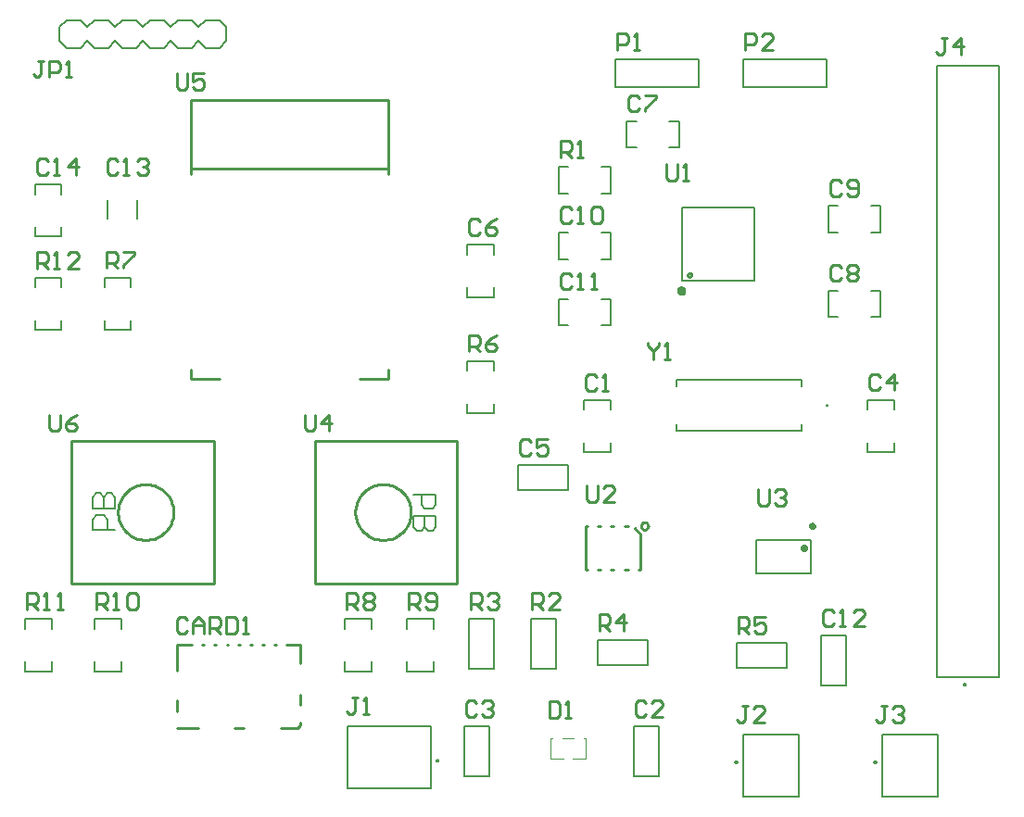
<source format=gto>
%FSTAX23Y23*%
%MOIN*%
%SFA1B1*%

%IPPOS*%
%ADD30C,0.010000*%
%ADD44C,0.007870*%
%ADD45C,0.015750*%
%ADD46C,0.007870*%
%ADD47C,0.011810*%
%ADD48C,0.005000*%
%ADD49C,0.008000*%
%ADD50C,0.007000*%
%ADD51C,0.003940*%
%ADD52C,0.006000*%
%LNesp_stm_v2-1*%
%LPD*%
G54D30*
X03918Y03923D02*
D01*
X03918Y03924*
X03918Y03924*
X03918Y03924*
X03918Y03925*
X03918Y03925*
X03917Y03926*
X03917Y03926*
X03917Y03927*
X03917Y03927*
X03916Y03927*
X03916Y03928*
X03916Y03928*
X03915Y03928*
X03915Y03929*
X03915Y03929*
X03914Y03929*
X03914Y03929*
X03913Y03929*
X03913Y0393*
X03913Y0393*
X03912Y0393*
X03912Y0393*
X03911*
X03911Y0393*
X0391Y0393*
X0391Y0393*
X03909Y03929*
X03909Y03929*
X03908Y03929*
X03908Y03929*
X03908Y03929*
X03907Y03928*
X03907Y03928*
X03907Y03928*
X03906Y03927*
X03906Y03927*
X03906Y03927*
X03905Y03926*
X03905Y03926*
X03905Y03925*
X03905Y03925*
X03905Y03924*
X03905Y03924*
X03905Y03924*
X03905Y03923*
X03905Y03923*
X03905Y03922*
X03905Y03922*
X03905Y03921*
X03905Y03921*
X03905Y0392*
X03905Y0392*
X03906Y0392*
X03906Y03919*
X03906Y03919*
X03907Y03918*
X03907Y03918*
X03907Y03918*
X03908Y03918*
X03908Y03917*
X03908Y03917*
X03909Y03917*
X03909Y03917*
X0391Y03917*
X0391Y03916*
X03911Y03916*
X03911Y03916*
X03912*
X03912Y03916*
X03913Y03916*
X03913Y03917*
X03913Y03917*
X03914Y03917*
X03914Y03917*
X03915Y03917*
X03915Y03918*
X03915Y03918*
X03916Y03918*
X03916Y03918*
X03916Y03919*
X03917Y03919*
X03917Y0392*
X03917Y0392*
X03917Y0392*
X03918Y03921*
X03918Y03921*
X03918Y03922*
X03918Y03922*
X03918Y03923*
X03918Y03923*
X03763Y0302D02*
D01*
X03762Y0302*
X03762Y03021*
X03762Y03022*
X03762Y03023*
X03762Y03024*
X03761Y03025*
X03761Y03026*
X03761Y03026*
X0376Y03027*
X03759Y03028*
X03759Y03029*
X03758Y03029*
X03758Y0303*
X03757Y0303*
X03756Y03031*
X03755Y03031*
X03754Y03032*
X03754Y03032*
X03753Y03032*
X03752Y03032*
X03751Y03032*
X0375Y03032*
X03749*
X03748Y03032*
X03747Y03032*
X03746Y03032*
X03745Y03032*
X03745Y03032*
X03744Y03031*
X03743Y03031*
X03742Y0303*
X03741Y0303*
X03741Y03029*
X0374Y03029*
X0374Y03028*
X03739Y03027*
X03738Y03026*
X03738Y03026*
X03738Y03025*
X03737Y03024*
X03737Y03023*
X03737Y03022*
X03737Y03021*
X03737Y0302*
X03737Y0302*
X03737Y03019*
X03737Y03018*
X03737Y03017*
X03737Y03016*
X03737Y03015*
X03738Y03014*
X03738Y03013*
X03738Y03013*
X03739Y03012*
X0374Y03011*
X0374Y0301*
X03741Y0301*
X03741Y03009*
X03742Y03009*
X03743Y03008*
X03744Y03008*
X03745Y03007*
X03745Y03007*
X03746Y03007*
X03747Y03007*
X03748Y03007*
X03749Y03007*
X0375*
X03751Y03007*
X03752Y03007*
X03753Y03007*
X03754Y03007*
X03754Y03007*
X03755Y03008*
X03756Y03008*
X03757Y03009*
X03758Y03009*
X03758Y0301*
X03759Y0301*
X03759Y03011*
X0376Y03012*
X03761Y03013*
X03761Y03013*
X03761Y03014*
X03762Y03015*
X03762Y03016*
X03762Y03017*
X03762Y03018*
X03762Y03019*
X03763Y0302*
X02909Y03069D02*
D01*
X02909Y03076*
X02908Y03083*
X02907Y0309*
X02905Y03097*
X02903Y03104*
X029Y0311*
X02897Y03116*
X02894Y03122*
X0289Y03128*
X02886Y03134*
X02881Y03139*
X02876Y03144*
X02871Y03148*
X02865Y03152*
X02859Y03156*
X02853Y03159*
X02847Y03162*
X0284Y03165*
X02833Y03167*
X02826Y03168*
X02819Y03169*
X02813Y03169*
X02806*
X02799Y03169*
X02792Y03168*
X02785Y03167*
X02778Y03165*
X02772Y03162*
X02765Y03159*
X02759Y03156*
X02753Y03152*
X02747Y03148*
X02742Y03144*
X02737Y03139*
X02732Y03134*
X02728Y03128*
X02724Y03122*
X02721Y03116*
X02718Y0311*
X02715Y03104*
X02713Y03097*
X02711Y0309*
X0271Y03083*
X02709Y03076*
X02709Y03069*
X02709Y03063*
X0271Y03056*
X02711Y03049*
X02713Y03042*
X02715Y03035*
X02718Y03029*
X02721Y03023*
X02724Y03016*
X02728Y03011*
X02732Y03005*
X02737Y03*
X02742Y02995*
X02747Y02991*
X02753Y02987*
X02759Y02983*
X02765Y0298*
X02772Y02977*
X02778Y02974*
X02785Y02972*
X02792Y02971*
X02799Y0297*
X02806Y0297*
X02813*
X02819Y0297*
X02826Y02971*
X02833Y02972*
X0284Y02974*
X02847Y02977*
X02853Y0298*
X02859Y02983*
X02865Y02987*
X02871Y02991*
X02876Y02995*
X02881Y03*
X02886Y03005*
X0289Y03011*
X02894Y03016*
X02897Y03023*
X029Y03029*
X02903Y03035*
X02905Y03042*
X02907Y03049*
X02908Y03056*
X02909Y03063*
X02909Y03069*
X02055Y0307D02*
D01*
X02055Y03076*
X02054Y03083*
X02053Y0309*
X02051Y03097*
X02049Y03104*
X02046Y0311*
X02043Y03116*
X0204Y03122*
X02036Y03128*
X02032Y03134*
X02027Y03139*
X02022Y03144*
X02017Y03148*
X02011Y03152*
X02005Y03156*
X01999Y03159*
X01992Y03162*
X01986Y03165*
X01979Y03167*
X01972Y03168*
X01965Y03169*
X01958Y03169*
X01951*
X01944Y03169*
X01938Y03168*
X01931Y03167*
X01924Y03165*
X01917Y03162*
X01911Y03159*
X01905Y03156*
X01899Y03152*
X01893Y03148*
X01888Y03144*
X01883Y03139*
X01878Y03134*
X01874Y03128*
X0187Y03122*
X01867Y03116*
X01864Y0311*
X01861Y03104*
X01859Y03097*
X01857Y0309*
X01856Y03083*
X01855Y03076*
X01855Y0307*
X01855Y03063*
X01856Y03056*
X01857Y03049*
X01859Y03042*
X01861Y03035*
X01864Y03029*
X01867Y03023*
X0187Y03017*
X01874Y03011*
X01878Y03005*
X01883Y03*
X01888Y02995*
X01893Y02991*
X01899Y02987*
X01905Y02983*
X01911Y0298*
X01917Y02977*
X01924Y02974*
X01931Y02972*
X01938Y02971*
X01944Y0297*
X01951Y0297*
X01958*
X01965Y0297*
X01972Y02971*
X01979Y02972*
X01986Y02974*
X01992Y02977*
X01999Y0298*
X02005Y02983*
X02011Y02987*
X02017Y02991*
X02022Y02995*
X02027Y03*
X02032Y03005*
X02036Y03011*
X0204Y03017*
X02043Y03023*
X02046Y03029*
X02049Y03035*
X02051Y03042*
X02053Y03049*
X02054Y03056*
X02055Y03063*
X02055Y0307*
X03537Y02861D02*
X03544D01*
X03537D02*
Y03019D01*
X03544*
X03713Y03011D02*
X03733Y0299D01*
Y02861D02*
Y0299D01*
X03726Y02861D02*
X03733D01*
X03678D02*
X0369D01*
X03627D02*
X03639D01*
X0358D02*
X03592D01*
X0358Y03019D02*
X03592D01*
X03627D02*
X03639D01*
X03678D02*
X0369D01*
X03075Y02814D02*
Y03325D01*
X02563Y02814D02*
X03075D01*
X02563D02*
Y03325D01*
X03075*
X0244Y02292D02*
X025D01*
X02512Y02304*
X02275Y02292D02*
X02308D01*
X02067D02*
X02143D01*
X02067Y02354D02*
Y02394D01*
Y02591D02*
X02121D01*
X02067Y02499D02*
Y02591D01*
X02159D02*
X02164D01*
X02202D02*
X02208D01*
X02246D02*
X02251D01*
X02289D02*
X02294D01*
X02332D02*
X02338D01*
X02375D02*
X02381D01*
X02419D02*
X02424D01*
X02512Y02525D02*
Y02591D01*
X02462D02*
X02512D01*
Y02377D02*
Y02413D01*
Y02304D02*
Y02311D01*
X02826Y043D02*
Y04554D01*
X02118Y043D02*
Y04554D01*
X02826*
X02118Y04307D02*
X02826D01*
X02827Y04287D02*
Y04307D01*
X02724Y0355D02*
X02827D01*
Y03583*
X02118Y0355D02*
Y03583D01*
Y0355D02*
X0222D01*
X02118Y04287D02*
Y04307D01*
X01689Y02814D02*
Y03325D01*
X02201*
Y02814D02*
Y03325D01*
X01689Y02814D02*
X02201D01*
X03586Y02644D02*
Y02703D01*
X03615*
X03625Y02693*
Y02673*
X03615Y02663*
X03586*
X03605D02*
X03625Y02644D01*
X03675D02*
Y02703D01*
X03645Y02673*
X03685*
X03123Y02719D02*
Y02779D01*
X03153*
X03163Y02769*
Y02749*
X03153Y02739*
X03123*
X03143D02*
X03163Y02719D01*
X03183Y02769D02*
X03193Y02779D01*
X03213*
X03223Y02769*
Y02759*
X03213Y02749*
X03203*
X03213*
X03223Y02739*
Y02729*
X03213Y02719*
X03193*
X03183Y02729*
X03345Y02719D02*
Y02779D01*
X03375*
X03385Y02769*
Y02749*
X03375Y02739*
X03345*
X03365D02*
X03385Y02719D01*
X03445D02*
X03405D01*
X03445Y02759*
Y02769*
X03435Y02779*
X03415*
X03405Y02769*
X02719Y02401D02*
X02699D01*
X02709*
Y02351*
X02699Y02341*
X02689*
X02679Y02351*
X02739Y02341D02*
X02759D01*
X02749*
Y02401*
X02739Y02391*
X0334Y03323D02*
X0333Y03333D01*
X03311*
X03301Y03323*
Y03284*
X03311Y03274*
X0333*
X0334Y03284*
X034Y03333D02*
X0336D01*
Y03303*
X0338Y03313*
X0339*
X034Y03303*
Y03284*
X0339Y03274*
X0337*
X0336Y03284*
X03145Y02383D02*
X03135Y02393D01*
X03116*
X03106Y02383*
Y02344*
X03116Y02334*
X03135*
X03145Y02344*
X03165Y02383D02*
X03175Y02393D01*
X03195*
X03205Y02383*
Y02373*
X03195Y02363*
X03185*
X03195*
X03205Y02353*
Y02344*
X03195Y02334*
X03175*
X03165Y02344*
X03755Y02383D02*
X03745Y02393D01*
X03726*
X03716Y02383*
Y02344*
X03726Y02334*
X03745*
X03755Y02344*
X03815Y02334D02*
X03775D01*
X03815Y02373*
Y02383*
X03805Y02393*
X03785*
X03775Y02383*
X03761Y03678D02*
Y03668D01*
X0378Y03648*
X038Y03668*
Y03678*
X0378Y03648D02*
Y03619D01*
X0382D02*
X0384D01*
X0383*
Y03678*
X0382Y03668*
X01607Y0342D02*
Y03371D01*
X01617Y03361*
X01636*
X01646Y03371*
Y0342*
X01706D02*
X01686Y0341D01*
X01666Y0339*
Y03371*
X01676Y03361*
X01696*
X01706Y03371*
Y0338*
X01696Y0339*
X01666*
X02066Y04649D02*
Y046D01*
X02076Y0459*
X02095*
X02105Y046*
Y04649*
X02165D02*
X02125D01*
Y04619*
X02145Y04629*
X02155*
X02165Y04619*
Y046*
X02155Y0459*
X02135*
X02125Y046*
X02526Y0342D02*
Y03371D01*
X02536Y03361*
X02555*
X02565Y03371*
Y0342*
X02615Y03361D02*
Y0342D01*
X02585Y0339*
X02625*
X04158Y03152D02*
Y03103D01*
X04168Y03093*
X04187*
X04197Y03103*
Y03152*
X04217Y03142D02*
X04227Y03152D01*
X04247*
X04257Y03142*
Y03132*
X04247Y03122*
X04237*
X04247*
X04257Y03112*
Y03103*
X04247Y03093*
X04227*
X04217Y03103*
X03542Y03165D02*
Y03116D01*
X03552Y03106*
X03571*
X03581Y03116*
Y03165*
X03641Y03106D02*
X03601D01*
X03641Y03145*
Y03155*
X03631Y03165*
X03611*
X03601Y03155*
X03826Y04323D02*
Y04273D01*
X03836Y04263*
X03856*
X03866Y04273*
Y04323*
X03886Y04263D02*
X03906D01*
X03896*
Y04323*
X03886Y04313*
X01563Y03947D02*
Y04007D01*
X01593*
X01603Y03997*
Y03977*
X01593Y03967*
X01563*
X01583D02*
X01603Y03947D01*
X01623D02*
X01643D01*
X01633*
Y04007*
X01623Y03997*
X01713Y03947D02*
X01673D01*
X01713Y03987*
Y03997*
X01703Y04007*
X01683*
X01673Y03997*
X01528Y02718D02*
Y02778D01*
X01558*
X01568Y02768*
Y02748*
X01558Y02738*
X01528*
X01548D02*
X01568Y02718D01*
X01588D02*
X01608D01*
X01598*
Y02778*
X01588Y02768*
X01638Y02718D02*
X01658D01*
X01648*
Y02778*
X01638Y02768*
X01778Y02718D02*
Y02778D01*
X01808*
X01818Y02768*
Y02748*
X01808Y02738*
X01778*
X01798D02*
X01818Y02718D01*
X01838D02*
X01858D01*
X01848*
Y02778*
X01838Y02768*
X01888D02*
X01898Y02778D01*
X01918*
X01928Y02768*
Y02728*
X01918Y02718*
X01898*
X01888Y02728*
Y02768*
X029Y02718D02*
Y02778D01*
X0293*
X0294Y02768*
Y02748*
X0293Y02738*
X029*
X0292D02*
X0294Y02718D01*
X0296Y02728D02*
X0297Y02718D01*
X0299*
X03Y02728*
Y02768*
X0299Y02778*
X0297*
X0296Y02768*
Y02758*
X0297Y02748*
X03*
X02678Y02718D02*
Y02778D01*
X02708*
X02718Y02768*
Y02748*
X02708Y02738*
X02678*
X02698D02*
X02718Y02718D01*
X02738Y02768D02*
X02748Y02778D01*
X02768*
X02778Y02768*
Y02758*
X02768Y02748*
X02778Y02738*
Y02728*
X02768Y02718*
X02748*
X02738Y02728*
Y02738*
X02748Y02748*
X02738Y02758*
Y02768*
X02748Y02748D02*
X02768D01*
X01814Y03948D02*
Y04007D01*
X01843*
X01853Y03997*
Y03977*
X01843Y03967*
X01814*
X01833D02*
X01853Y03948D01*
X01873Y04007D02*
X01913D01*
Y03997*
X01873Y03958*
Y03948*
X03119Y03648D02*
Y03707D01*
X03148*
X03158Y03697*
Y03677*
X03148Y03667*
X03119*
X03138D02*
X03158Y03648D01*
X03218Y03707D02*
X03198Y03697D01*
X03178Y03677*
Y03658*
X03188Y03648*
X03208*
X03218Y03658*
Y03667*
X03208Y03677*
X03178*
X04086Y02634D02*
Y02693D01*
X04115*
X04125Y02683*
Y02663*
X04115Y02653*
X04086*
X04105D02*
X04125Y02634D01*
X04185Y02693D02*
X04145D01*
Y02663*
X04165Y02673*
X04175*
X04185Y02663*
Y02644*
X04175Y02634*
X04155*
X04145Y02644*
X03447Y04346D02*
Y04405D01*
X03476*
X03486Y04395*
Y04375*
X03476Y04365*
X03447*
X03466D02*
X03486Y04346D01*
X03506D02*
X03526D01*
X03516*
Y04405*
X03506Y04395*
X04111Y04734D02*
Y04793D01*
X0414*
X0415Y04783*
Y04763*
X0414Y04753*
X04111*
X0421Y04734D02*
X0417D01*
X0421Y04773*
Y04783*
X042Y04793*
X0418*
X0417Y04783*
X03651Y04734D02*
Y04793D01*
X0368*
X0369Y04783*
Y04763*
X0368Y04753*
X03651*
X0371Y04734D02*
X0373D01*
X0372*
Y04793*
X0371Y04783*
X01589Y04694D02*
X01569D01*
X01579*
Y04645*
X01569Y04635*
X0156*
X0155Y04645*
X01609Y04635D02*
Y04694D01*
X01639*
X01649Y04684*
Y04664*
X01639Y04654*
X01609*
X01669Y04635D02*
X01689D01*
X01679*
Y04694*
X01669Y04684*
X04121Y02371D02*
X04101D01*
X04111*
Y02321*
X04101Y02311*
X04092*
X04082Y02321*
X04181Y02311D02*
X04141D01*
X04181Y02351*
Y02361*
X04171Y02371*
X04151*
X04141Y02361*
X03406Y02388D02*
Y02329D01*
X03435*
X03445Y02339*
Y02378*
X03435Y02388*
X03406*
X03465Y02329D02*
X03485D01*
X03475*
Y02388*
X03465Y02378*
X02105Y02683D02*
X02095Y02693D01*
X02076*
X02066Y02683*
Y02644*
X02076Y02634*
X02095*
X02105Y02644*
X02125Y02634D02*
Y02673D01*
X02145Y02693*
X02165Y02673*
Y02634*
Y02663*
X02125*
X02185Y02634D02*
Y02693D01*
X02215*
X02225Y02683*
Y02663*
X02215Y02653*
X02185*
X02205D02*
X02225Y02634D01*
X02245Y02693D02*
Y02634D01*
X02275*
X02285Y02644*
Y02683*
X02275Y02693*
X02245*
X02305Y02634D02*
X02325D01*
X02315*
Y02693*
X02305Y02683*
X01603Y04333D02*
X01593Y04343D01*
X01574*
X01564Y04333*
Y04293*
X01574Y04283*
X01593*
X01603Y04293*
X01623Y04283D02*
X01643D01*
X01633*
Y04343*
X01623Y04333*
X01703Y04283D02*
Y04343D01*
X01673Y04313*
X01713*
X01855Y04333D02*
X01845Y04343D01*
X01826*
X01816Y04333*
Y04294*
X01826Y04284*
X01845*
X01855Y04294*
X01875Y04284D02*
X01895D01*
X01885*
Y04343*
X01875Y04333*
X01925D02*
X01935Y04343D01*
X01955*
X01965Y04333*
Y04323*
X01955Y04313*
X01945*
X01955*
X01965Y04303*
Y04294*
X01955Y04284*
X01935*
X01925Y04294*
X0443Y02708D02*
X0442Y02718D01*
X04401*
X04391Y02708*
Y02669*
X04401Y02659*
X0442*
X0443Y02669*
X0445Y02659D02*
X0447D01*
X0446*
Y02718*
X0445Y02708*
X0454Y02659D02*
X045D01*
X0454Y02698*
Y02708*
X0453Y02718*
X0451*
X045Y02708*
X03486Y0392D02*
X03476Y0393D01*
X03457*
X03447Y0392*
Y03881*
X03457Y03871*
X03476*
X03486Y03881*
X03506Y03871D02*
X03526D01*
X03516*
Y0393*
X03506Y0392*
X03556Y03871D02*
X03576D01*
X03566*
Y0393*
X03556Y0392*
X03486Y04158D02*
X03476Y04168D01*
X03457*
X03447Y04158*
Y04118*
X03457Y04108*
X03476*
X03486Y04118*
X03506Y04108D02*
X03526D01*
X03516*
Y04168*
X03506Y04158*
X03556D02*
X03566Y04168D01*
X03586*
X03596Y04158*
Y04118*
X03586Y04108*
X03566*
X03556Y04118*
Y04158*
X04456Y04255D02*
X04446Y04265D01*
X04427*
X04417Y04255*
Y04216*
X04427Y04206*
X04446*
X04456Y04216*
X04476D02*
X04486Y04206D01*
X04506*
X04516Y04216*
Y04255*
X04506Y04265*
X04486*
X04476Y04255*
Y04245*
X04486Y04235*
X04516*
X04456Y0395D02*
X04446Y0396D01*
X04427*
X04417Y0395*
Y03911*
X04427Y03901*
X04446*
X04456Y03911*
X04476Y0395D02*
X04486Y0396D01*
X04506*
X04516Y0395*
Y0394*
X04506Y0393*
X04516Y0392*
Y03911*
X04506Y03901*
X04486*
X04476Y03911*
Y0392*
X04486Y0393*
X04476Y0394*
Y0395*
X04486Y0393D02*
X04506D01*
X03731Y0456D02*
X03721Y0457D01*
X03702*
X03692Y0456*
Y04521*
X03702Y04511*
X03721*
X03731Y04521*
X03751Y0457D02*
X03791D01*
Y0456*
X03751Y04521*
Y04511*
X03158Y04115D02*
X03148Y04125D01*
X03128*
X03118Y04115*
Y04075*
X03128Y04065*
X03148*
X03158Y04075*
X03218Y04125D02*
X03198Y04115D01*
X03178Y04095*
Y04075*
X03188Y04065*
X03208*
X03218Y04075*
Y04085*
X03208Y04095*
X03178*
X04598Y03557D02*
X04588Y03567D01*
X04569*
X04559Y03557*
Y03518*
X04569Y03508*
X04588*
X04598Y03518*
X04648Y03508D02*
Y03567D01*
X04618Y03537*
X04658*
X03578Y03557D02*
X03568Y03567D01*
X03548*
X03538Y03557*
Y03517*
X03548Y03507*
X03568*
X03578Y03517*
X03598Y03507D02*
X03618D01*
X03608*
Y03567*
X03598Y03557*
X04621Y02371D02*
X04601D01*
X04611*
Y02321*
X04601Y02311*
X04591*
X04581Y02321*
X04641Y02361D02*
X04651Y02371D01*
X04671*
X04681Y02361*
Y02351*
X04671Y02341*
X04661*
X04671*
X04681Y02331*
Y02321*
X04671Y02311*
X04651*
X04641Y02321*
X04838Y04775D02*
X04818D01*
X04828*
Y04726*
X04818Y04716*
X04809*
X04799Y04726*
X04888Y04716D02*
Y04775D01*
X04858Y04745*
X04898*
G54D44*
X03009Y02175D02*
D01*
X03009Y02175*
X03009Y02175*
X03009Y02175*
X03009Y02176*
X03009Y02176*
X03009Y02176*
X03009Y02176*
X03008Y02177*
X03008Y02177*
X03008Y02177*
X03008Y02177*
X03008Y02177*
X03008Y02178*
X03007Y02178*
X03007Y02178*
X03007Y02178*
X03007Y02178*
X03006Y02178*
X03006Y02178*
X03006Y02178*
X03006Y02178*
X03005Y02178*
X03005*
X03005Y02178*
X03004Y02178*
X03004Y02178*
X03004Y02178*
X03004Y02178*
X03003Y02178*
X03003Y02178*
X03003Y02178*
X03003Y02178*
X03002Y02177*
X03002Y02177*
X03002Y02177*
X03002Y02177*
X03002Y02177*
X03002Y02176*
X03001Y02176*
X03001Y02176*
X03001Y02176*
X03001Y02175*
X03001Y02175*
X03001Y02175*
X03001Y02175*
X03001Y02174*
X03001Y02174*
X03001Y02174*
X03001Y02173*
X03001Y02173*
X03001Y02173*
X03002Y02173*
X03002Y02172*
X03002Y02172*
X03002Y02172*
X03002Y02172*
X03002Y02172*
X03003Y02171*
X03003Y02171*
X03003Y02171*
X03003Y02171*
X03004Y02171*
X03004Y02171*
X03004Y02171*
X03004Y02171*
X03005Y02171*
X03005Y02171*
X03005*
X03006Y02171*
X03006Y02171*
X03006Y02171*
X03006Y02171*
X03007Y02171*
X03007Y02171*
X03007Y02171*
X03007Y02171*
X03008Y02171*
X03008Y02172*
X03008Y02172*
X03008Y02172*
X03008Y02172*
X03008Y02172*
X03009Y02173*
X03009Y02173*
X03009Y02173*
X03009Y02173*
X03009Y02174*
X03009Y02174*
X03009Y02174*
X03009Y02175*
X04083Y0217D02*
D01*
X04083Y0217*
X04083Y0217*
X04083Y0217*
X04083Y02171*
X04083Y02171*
X04083Y02171*
X04082Y02171*
X04082Y02172*
X04082Y02172*
X04082Y02172*
X04082Y02172*
X04082Y02172*
X04081Y02173*
X04081Y02173*
X04081Y02173*
X04081Y02173*
X0408Y02173*
X0408Y02173*
X0408Y02173*
X0408Y02173*
X04079Y02173*
X04079Y02173*
X04079*
X04078Y02173*
X04078Y02173*
X04078Y02173*
X04078Y02173*
X04077Y02173*
X04077Y02173*
X04077Y02173*
X04077Y02173*
X04076Y02173*
X04076Y02172*
X04076Y02172*
X04076Y02172*
X04076Y02172*
X04076Y02172*
X04075Y02171*
X04075Y02171*
X04075Y02171*
X04075Y02171*
X04075Y0217*
X04075Y0217*
X04075Y0217*
X04075Y0217*
X04075Y02169*
X04075Y02169*
X04075Y02169*
X04075Y02168*
X04075Y02168*
X04075Y02168*
X04075Y02168*
X04076Y02167*
X04076Y02167*
X04076Y02167*
X04076Y02167*
X04076Y02167*
X04076Y02166*
X04077Y02166*
X04077Y02166*
X04077Y02166*
X04077Y02166*
X04078Y02166*
X04078Y02166*
X04078Y02166*
X04078Y02166*
X04079Y02166*
X04079*
X04079Y02166*
X0408Y02166*
X0408Y02166*
X0408Y02166*
X0408Y02166*
X04081Y02166*
X04081Y02166*
X04081Y02166*
X04081Y02166*
X04082Y02167*
X04082Y02167*
X04082Y02167*
X04082Y02167*
X04082Y02167*
X04082Y02168*
X04083Y02168*
X04083Y02168*
X04083Y02168*
X04083Y02169*
X04083Y02169*
X04083Y02169*
X04083Y0217*
X04583D02*
D01*
X04583Y0217*
X04583Y0217*
X04583Y0217*
X04583Y02171*
X04583Y02171*
X04583Y02171*
X04582Y02171*
X04582Y02172*
X04582Y02172*
X04582Y02172*
X04582Y02172*
X04582Y02172*
X04581Y02173*
X04581Y02173*
X04581Y02173*
X04581Y02173*
X0458Y02173*
X0458Y02173*
X0458Y02173*
X0458Y02173*
X04579Y02173*
X04579Y02173*
X04579*
X04578Y02173*
X04578Y02173*
X04578Y02173*
X04578Y02173*
X04577Y02173*
X04577Y02173*
X04577Y02173*
X04577Y02173*
X04576Y02173*
X04576Y02172*
X04576Y02172*
X04576Y02172*
X04576Y02172*
X04576Y02172*
X04575Y02171*
X04575Y02171*
X04575Y02171*
X04575Y02171*
X04575Y0217*
X04575Y0217*
X04575Y0217*
X04575Y0217*
X04575Y02169*
X04575Y02169*
X04575Y02169*
X04575Y02168*
X04575Y02168*
X04575Y02168*
X04575Y02168*
X04576Y02167*
X04576Y02167*
X04576Y02167*
X04576Y02167*
X04576Y02167*
X04576Y02166*
X04577Y02166*
X04577Y02166*
X04577Y02166*
X04577Y02166*
X04578Y02166*
X04578Y02166*
X04578Y02166*
X04578Y02166*
X04579Y02166*
X04579*
X04579Y02166*
X0458Y02166*
X0458Y02166*
X0458Y02166*
X0458Y02166*
X04581Y02166*
X04581Y02166*
X04581Y02166*
X04581Y02166*
X04582Y02167*
X04582Y02167*
X04582Y02167*
X04582Y02167*
X04582Y02167*
X04582Y02168*
X04583Y02168*
X04583Y02168*
X04583Y02168*
X04583Y02169*
X04583Y02169*
X04583Y02169*
X04583Y0217*
X04903Y02449D02*
D01*
X04903Y02449*
X04903Y02449*
X04903Y0245*
X04903Y0245*
X04903Y0245*
X04903Y02451*
X04903Y02451*
X04903Y02451*
X04903Y02451*
X04903Y02451*
X04902Y02452*
X04902Y02452*
X04902Y02452*
X04902Y02452*
X04901Y02452*
X04901Y02452*
X04901Y02453*
X04901Y02453*
X049Y02453*
X049Y02453*
X049Y02453*
X049Y02453*
X04899*
X04899Y02453*
X04899Y02453*
X04899Y02453*
X04898Y02453*
X04898Y02453*
X04898Y02452*
X04898Y02452*
X04897Y02452*
X04897Y02452*
X04897Y02452*
X04897Y02452*
X04896Y02451*
X04896Y02451*
X04896Y02451*
X04896Y02451*
X04896Y02451*
X04896Y0245*
X04896Y0245*
X04896Y0245*
X04896Y02449*
X04896Y02449*
X04896Y02449*
X04896Y02449*
X04896Y02448*
X04896Y02448*
X04896Y02448*
X04896Y02448*
X04896Y02447*
X04896Y02447*
X04896Y02447*
X04896Y02447*
X04896Y02446*
X04897Y02446*
X04897Y02446*
X04897Y02446*
X04897Y02446*
X04898Y02445*
X04898Y02445*
X04898Y02445*
X04898Y02445*
X04899Y02445*
X04899Y02445*
X04899Y02445*
X04899Y02445*
X049*
X049Y02445*
X049Y02445*
X049Y02445*
X04901Y02445*
X04901Y02445*
X04901Y02445*
X04901Y02445*
X04902Y02446*
X04902Y02446*
X04902Y02446*
X04902Y02446*
X04903Y02446*
X04903Y02447*
X04903Y02447*
X04903Y02447*
X04903Y02447*
X04903Y02448*
X04903Y02448*
X04903Y02448*
X04903Y02448*
X04903Y02449*
X04903Y02449*
X03645Y047D02*
X03945D01*
X03645Y046D02*
Y047D01*
Y046D02*
X03945D01*
Y047*
X03901Y04166D02*
X04145D01*
Y03904D02*
Y04166D01*
X03884Y03904D02*
X04145D01*
X03884D02*
Y04166D01*
X03914*
X04105Y047D02*
X04405D01*
X04105Y046D02*
Y047D01*
Y046D02*
X04405D01*
Y047*
G54D45*
X03881Y03875D02*
D01*
X0388Y03875*
X0388Y03875*
X03879Y03874*
X03879Y03874*
X03878Y03874*
X03878Y03874*
X03877Y03874*
X03877Y03873*
X03876Y03873*
X03876Y03873*
X03876Y03872*
X03875Y03872*
X03875Y03872*
X03875Y03871*
X03874Y03871*
X03874Y0387*
X03874Y0387*
X03874Y03869*
X03873Y03869*
X03873Y03868*
X03873Y03868*
X03873Y03867*
X03873Y03866*
X03873Y03866*
X03873Y03865*
X03873Y03865*
X03874Y03864*
X03874Y03864*
X03874Y03863*
X03874Y03863*
X03875Y03862*
X03875Y03862*
X03875Y03861*
X03876Y03861*
X03876Y03861*
X03877Y0386*
X03877Y0386*
X03877Y0386*
X03878Y0386*
X03878Y03859*
X03879Y03859*
X0388Y03859*
X0388Y03859*
X03881Y03859*
X03881Y03859*
X03882Y03859*
X03882Y03859*
X03883Y03859*
X03883Y03859*
X03884Y03859*
X03884Y0386*
X03885Y0386*
X03885Y0386*
X03886Y0386*
X03886Y03861*
X03887Y03861*
X03887Y03862*
X03887Y03862*
X03888Y03862*
X03888Y03863*
X03888Y03863*
X03888Y03864*
X03889Y03864*
X03889Y03865*
X03889Y03865*
X03889Y03866*
X03889Y03867*
X03889Y03867*
X03889Y03868*
X03889Y03868*
X03889Y03869*
X03889Y03869*
X03888Y0387*
X03888Y0387*
X03888Y03871*
X03888Y03871*
X03887Y03872*
X03887Y03872*
X03887Y03872*
X03886Y03873*
X03886Y03873*
X03885Y03873*
X03885Y03874*
X03884Y03874*
X03884Y03874*
X03883Y03874*
X03883Y03874*
X03882Y03875*
X03882Y03875*
X03881Y03875*
G54D46*
X04408Y03455D02*
D01*
X04408Y03455*
X04408Y03455*
X04408Y03455*
X04408Y03455*
X04408Y03455*
X04408Y03455*
X04408Y03455*
X04408Y03456*
X04408Y03456*
X04408Y03456*
X04408Y03456*
X04408Y03456*
X04408Y03456*
X04408Y03456*
X04407Y03456*
X04407Y03456*
X04407Y03456*
X04407Y03456*
X04407Y03456*
X04407Y03456*
X04407Y03456*
X04406Y03456*
X04406*
X04406Y03456*
X04406Y03456*
X04406Y03456*
X04406Y03456*
X04406Y03456*
X04406Y03456*
X04405Y03456*
X04405Y03456*
X04405Y03456*
X04405Y03456*
X04405Y03456*
X04405Y03456*
X04405Y03456*
X04405Y03456*
X04405Y03455*
X04405Y03455*
X04405Y03455*
X04405Y03455*
X04405Y03455*
X04404Y03455*
X04404Y03455*
X04404Y03455*
D01*
X04404Y03454*
X04404Y03454*
X04405Y03454*
X04405Y03454*
X04405Y03454*
X04405Y03454*
X04405Y03454*
X04405Y03453*
X04405Y03453*
X04405Y03453*
X04405Y03453*
X04405Y03453*
X04405Y03453*
X04405Y03453*
X04405Y03453*
X04406Y03453*
X04406Y03453*
X04406Y03453*
X04406Y03453*
X04406Y03453*
X04406Y03453*
X04406Y03453*
X04406*
X04407Y03453*
X04407Y03453*
X04407Y03453*
X04407Y03453*
X04407Y03453*
X04407Y03453*
X04407Y03453*
X04408Y03453*
X04408Y03453*
X04408Y03453*
X04408Y03453*
X04408Y03453*
X04408Y03453*
X04408Y03453*
X04408Y03454*
X04408Y03454*
X04408Y03454*
X04408Y03454*
X04408Y03454*
X04408Y03454*
X04408Y03454*
X04408Y03455*
D01*
X04408Y03455*
X04408Y03455*
X04408Y03455*
X04408Y03455*
X04408Y03455*
X04408Y03455*
X04408Y03455*
X04408Y03456*
X04408Y03456*
X04408Y03456*
X04408Y03456*
X04408Y03456*
X04408Y03456*
X04408Y03456*
X04407Y03456*
X04407Y03456*
X04407Y03456*
X04407Y03456*
X04407Y03456*
X04407Y03456*
X04407Y03456*
X04406Y03456*
X04406*
X04406Y03456*
X04406Y03456*
X04406Y03456*
X04406Y03456*
X04406Y03456*
X04406Y03456*
X04405Y03456*
X04405Y03456*
X04405Y03456*
X04405Y03456*
X04405Y03456*
X04405Y03456*
X04405Y03456*
X04405Y03456*
X04405Y03455*
X04405Y03455*
X04405Y03455*
X04405Y03455*
X04405Y03455*
X04404Y03455*
X04404Y03455*
X04404Y03455*
X04314Y03362D02*
Y03386D01*
X03865Y03362D02*
X04314D01*
X03865D02*
X04314D01*
Y03386*
X03865Y03523D02*
Y03547D01*
X04314*
X03865D02*
X04314D01*
X03865Y03523D02*
Y03547D01*
Y03362D02*
Y03386D01*
Y03362D02*
Y03386D01*
X04314Y03523D02*
Y03547D01*
Y03523D02*
Y03547D01*
G54D47*
X0436Y03019D02*
D01*
X0436Y03019*
X0436Y03019*
X0436Y0302*
X0436Y0302*
X04359Y03021*
X04359Y03021*
X04359Y03021*
X04359Y03022*
X04359Y03022*
X04358Y03022*
X04358Y03023*
X04358Y03023*
X04358Y03023*
X04357Y03024*
X04357Y03024*
X04356Y03024*
X04356Y03024*
X04356Y03024*
X04355Y03024*
X04355Y03024*
X04355Y03025*
X04354Y03025*
X04354*
X04353Y03025*
X04353Y03024*
X04352Y03024*
X04352Y03024*
X04352Y03024*
X04351Y03024*
X04351Y03024*
X04351Y03024*
X0435Y03023*
X0435Y03023*
X0435Y03023*
X04349Y03022*
X04349Y03022*
X04349Y03022*
X04349Y03021*
X04348Y03021*
X04348Y03021*
X04348Y0302*
X04348Y0302*
X04348Y03019*
X04348Y03019*
X04348Y03019*
X04348Y03018*
X04348Y03018*
X04348Y03017*
X04348Y03017*
X04348Y03017*
X04348Y03016*
X04349Y03016*
X04349Y03016*
X04349Y03015*
X04349Y03015*
X0435Y03015*
X0435Y03014*
X0435Y03014*
X04351Y03014*
X04351Y03014*
X04351Y03013*
X04352Y03013*
X04352Y03013*
X04352Y03013*
X04353Y03013*
X04353Y03013*
X04354Y03013*
X04354*
X04355Y03013*
X04355Y03013*
X04355Y03013*
X04356Y03013*
X04356Y03013*
X04356Y03013*
X04357Y03014*
X04357Y03014*
X04358Y03014*
X04358Y03014*
X04358Y03015*
X04358Y03015*
X04359Y03015*
X04359Y03016*
X04359Y03016*
X04359Y03016*
X04359Y03017*
X0436Y03017*
X0436Y03017*
X0436Y03018*
X0436Y03018*
X0436Y03019*
X0433Y0294D02*
D01*
X0433Y0294*
X0433Y02941*
X0433Y02941*
X0433Y02941*
X0433Y02942*
X0433Y02942*
X0433Y02943*
X0433Y02943*
X04329Y02943*
X04329Y02944*
X04329Y02944*
X04328Y02944*
X04328Y02944*
X04328Y02945*
X04327Y02945*
X04327Y02945*
X04327Y02945*
X04326Y02945*
X04326Y02946*
X04326Y02946*
X04325Y02946*
X04325Y02946*
X04324*
X04324Y02946*
X04323Y02946*
X04323Y02946*
X04323Y02945*
X04322Y02945*
X04322Y02945*
X04322Y02945*
X04321Y02945*
X04321Y02944*
X04321Y02944*
X0432Y02944*
X0432Y02944*
X0432Y02943*
X04319Y02943*
X04319Y02943*
X04319Y02942*
X04319Y02942*
X04319Y02941*
X04319Y02941*
X04319Y02941*
X04319Y0294*
X04319Y0294*
X04319Y02939*
X04319Y02939*
X04319Y02939*
X04319Y02938*
X04319Y02938*
X04319Y02937*
X04319Y02937*
X04319Y02937*
X0432Y02936*
X0432Y02936*
X0432Y02936*
X04321Y02935*
X04321Y02935*
X04321Y02935*
X04322Y02935*
X04322Y02934*
X04322Y02934*
X04323Y02934*
X04323Y02934*
X04323Y02934*
X04324Y02934*
X04324Y02934*
X04325*
X04325Y02934*
X04326Y02934*
X04326Y02934*
X04326Y02934*
X04327Y02934*
X04327Y02934*
X04327Y02935*
X04328Y02935*
X04328Y02935*
X04328Y02935*
X04329Y02936*
X04329Y02936*
X04329Y02936*
X0433Y02937*
X0433Y02937*
X0433Y02937*
X0433Y02938*
X0433Y02938*
X0433Y02939*
X0433Y02939*
X0433Y02939*
X0433Y0294*
G54D48*
X0268Y02075D02*
X0298D01*
X0268Y023D02*
X0298D01*
Y02075D02*
Y023D01*
X0268Y02075D02*
Y023D01*
X04105Y02045D02*
Y0227D01*
X04305Y02045D02*
Y0227D01*
X04105D02*
X04305D01*
X04105Y02045D02*
X04305D01*
X01816Y04127D02*
Y04192D01*
X01923Y04127D02*
Y04192D01*
X04605Y02045D02*
X04805D01*
X04605Y0227D02*
X04805D01*
Y02045D02*
Y0227D01*
X04605Y02045D02*
Y0227D01*
X048Y04675D02*
X05025D01*
X048Y02475D02*
X05025D01*
Y04675*
X048Y02475D02*
Y04675D01*
G54D49*
X03207Y02505D02*
Y02685D01*
X03117D02*
X03207D01*
X03117Y02505D02*
Y02685D01*
Y02505D02*
X03207D01*
X0343D02*
Y02685D01*
X0334D02*
X0343D01*
X0334Y02505D02*
Y02685D01*
Y02505D02*
X0343D01*
X0358Y0252D02*
X0376D01*
Y0261*
X0358D02*
X0376D01*
X0358Y0252D02*
Y0261D01*
X031Y0212D02*
Y023D01*
Y0212D02*
X0319D01*
Y023*
X031D02*
X0319D01*
X0371Y0212D02*
Y023D01*
Y0212D02*
X038D01*
Y023*
X0371D02*
X038D01*
X03295Y0324D02*
X03475D01*
X03295Y0315D02*
Y0324D01*
Y0315D02*
X03475D01*
Y0324*
X04385Y02445D02*
Y02625D01*
Y02445D02*
X04475D01*
Y02625*
X04385D02*
X04475D01*
X0408Y0251D02*
X0426D01*
Y026*
X0408D02*
X0426D01*
X0408Y0251D02*
Y026D01*
X02045Y04765D02*
X0207Y0474D01*
X0202D02*
X02045Y04765D01*
X0197Y0474D02*
X0202D01*
X01945Y04765D02*
X0197Y0474D01*
X0192D02*
X01945Y04765D01*
X0187Y0474D02*
X0192D01*
X01845Y04765D02*
X0187Y0474D01*
X0182D02*
X01845Y04765D01*
X0177Y0474D02*
X0182D01*
X01745Y04765D02*
X0177Y0474D01*
X0172D02*
X01745Y04765D01*
X0167Y0474D02*
X0172D01*
X01645Y04765D02*
X0167Y0474D01*
X01645Y04765D02*
Y04815D01*
X0167Y0484*
X0172*
X01745Y04815*
X0177Y0484*
X0182*
X01845Y04815*
X0187Y0484*
X0192*
X01945Y04815*
X0197Y0484*
X0202*
X02045Y04815*
X0207Y0484*
X0212*
X02145Y04815*
X0217Y0484*
X0222*
X02245Y04815*
Y04765D02*
Y04815D01*
X0222Y0474D02*
X02245Y04765D01*
X0217Y0474D02*
X0222D01*
X02145Y04765D02*
X0217Y0474D01*
X0212D02*
X02145Y04765D01*
X0207Y0474D02*
X0212D01*
X02919Y03134D02*
X02999D01*
Y03095*
X02986Y03081*
X02959*
X02946Y03095*
Y03134*
X02999Y03055D02*
X02919D01*
Y03015*
X02932Y03001*
X02946*
X02959Y03015*
Y03055*
Y03015*
X02972Y03001*
X02986*
X02999Y03015*
Y03055*
X01845Y03005D02*
X01765D01*
Y03044*
X01778Y03058*
X01805*
X01818Y03044*
Y03005*
X01765Y03084D02*
X01845D01*
Y03124*
X01832Y03138*
X01818*
X01805Y03124*
Y03084*
Y03124*
X01792Y03138*
X01778*
X01765Y03124*
Y03084*
G54D50*
X03627Y03285D02*
Y0332D01*
X03532Y03285D02*
X03627D01*
X03532D02*
Y0332D01*
Y03439D02*
Y03474D01*
X03627*
Y03439D02*
Y03474D01*
X03594Y04312D02*
X03629D01*
Y04217D02*
Y04312D01*
X03594Y04217D02*
X03629D01*
X0344D02*
X03475D01*
X0344D02*
Y04312D01*
X03475*
X04552Y03439D02*
Y03474D01*
X04647*
Y03439D02*
Y03474D01*
Y03285D02*
Y0332D01*
X04552Y03285D02*
X04647D01*
X04552D02*
Y0332D01*
X03207Y03843D02*
Y03878D01*
X03112Y03843D02*
X03207D01*
X03112D02*
Y03878D01*
Y03996D02*
Y04032D01*
X03207*
Y03996D02*
Y04032D01*
X03594Y03837D02*
X03629D01*
Y03742D02*
Y03837D01*
X03594Y03742D02*
X03629D01*
X0344D02*
X03475D01*
X0344D02*
Y03837D01*
X03475*
X03594Y04075D02*
X03629D01*
Y03979D02*
Y04075D01*
X03594Y03979D02*
X03629D01*
X0344D02*
X03475D01*
X0344D02*
Y04075D01*
X03475*
X0441Y04077D02*
X04445D01*
X0441D02*
Y04172D01*
X04445*
X04564D02*
X04599D01*
Y04077D02*
Y04172D01*
X04564Y04077D02*
X04599D01*
X0441Y03772D02*
X04445D01*
X0441D02*
Y03867D01*
X04445*
X04564D02*
X04599D01*
Y03772D02*
Y03867D01*
X04564Y03772D02*
X04599D01*
X03839Y04477D02*
X03874D01*
Y04382D02*
Y04477D01*
X03839Y04382D02*
X03874D01*
X03685D02*
X0372D01*
X03685D02*
Y04477D01*
X0372*
X03112Y03579D02*
Y03614D01*
X03207*
Y03579D02*
Y03614D01*
Y03425D02*
Y0346D01*
X03112Y03425D02*
X03207D01*
X03112D02*
Y0346D01*
X01557Y04214D02*
Y0425D01*
X01652*
Y04214D02*
Y0425D01*
Y04061D02*
Y04096D01*
X01557Y04061D02*
X01652D01*
X01557D02*
Y04096D01*
X01807Y03879D02*
Y03914D01*
X01902*
Y03879D02*
Y03914D01*
Y03725D02*
Y0376D01*
X01807Y03725D02*
X01902D01*
X01807D02*
Y0376D01*
X0299Y02496D02*
Y02531D01*
X02894Y02496D02*
X0299D01*
X02894D02*
Y02531D01*
Y0265D02*
Y02685D01*
X0299*
Y0265D02*
Y02685D01*
X02767Y02496D02*
Y02531D01*
X02672Y02496D02*
X02767D01*
X02672D02*
Y02531D01*
Y0265D02*
Y02685D01*
X02767*
Y0265D02*
Y02685D01*
X01617Y02496D02*
Y02531D01*
X01522Y02496D02*
X01617D01*
X01522D02*
Y02531D01*
Y0265D02*
Y02685D01*
X01617*
Y0265D02*
Y02685D01*
X01867Y02496D02*
Y02531D01*
X01772Y02496D02*
X01867D01*
X01772D02*
Y02531D01*
Y0265D02*
Y02685D01*
X01867*
Y0265D02*
Y02685D01*
X01652Y03725D02*
Y0376D01*
X01557Y03725D02*
X01652D01*
X01557D02*
Y0376D01*
Y03879D02*
Y03914D01*
X01652*
Y03879D02*
Y03914D01*
G54D51*
X03412Y02257D02*
X03419D01*
X03412Y02182D02*
Y02257D01*
Y02182D02*
X03457D01*
X0353Y02257D02*
X03537D01*
Y02182D02*
Y02257D01*
X03492Y02182D02*
X03537D01*
X03455Y02257D02*
X03494D01*
G54D52*
X0415Y02969D02*
X04349D01*
X0415Y0285D02*
Y02969D01*
Y0285D02*
X04349D01*
Y02969*
M02*
</source>
